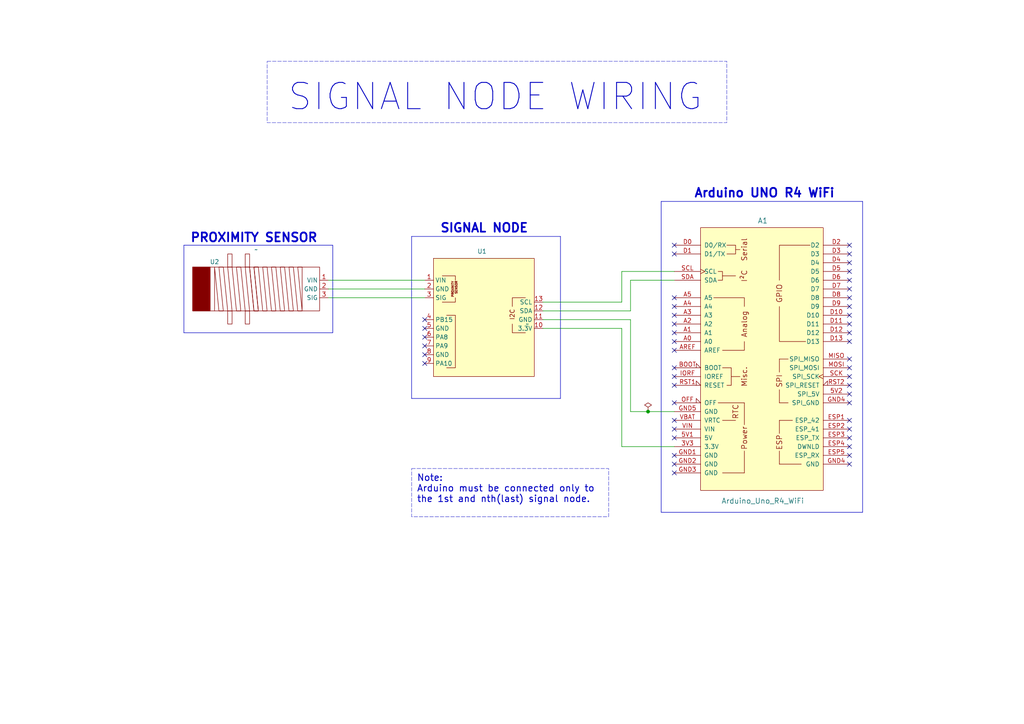
<source format=kicad_sch>
(kicad_sch (version 20231120) (generator "eeschema") (generator_version "8.0")
  (paper "A4")
  (title_block (title "Signal Node Wiring") (date "2024-09-08"))
  (lib_symbols
    (symbol "Node:Node" (in_bom no)
      (property "Reference" "U" (at 1.016 18.542 0))
      (symbol "Node_0_0"
        (pin power_out line (at -17.78 10.16 0) (length 2.54) (name "VIN") (number "1"))
        (pin passive line (at 16.51 -3.81 180) (length 2.54) (name "3.3V") (number "10"))
        (pin passive line (at 16.51 -1.27 180) (length 2.54) (name "GND") (number "11"))
        (pin passive line (at 16.51 1.27 180) (length 2.54) (name "SDA") (number "12"))
        (pin passive line (at 16.51 3.81 180) (length 2.54) (name "SCL") (number "13"))
        (pin power_out line (at -17.78 7.62 0) (length 2.54) (name "GND") (number "2"))
        (pin input line (at -17.78 5.08 0) (length 2.54) (name "SIG") (number "3"))
        (pin passive line (at -17.78 -1.27 0) (length 2.54) (name "PB15") (number "4"))
        (pin passive line (at -17.78 -3.81 0) (length 2.54) (name "GND") (number "5"))
        (pin passive line (at -17.78 -6.35 0) (length 2.54) (name "PA8") (number "6"))
        (pin passive line (at -17.78 -8.89 0) (length 2.54) (name "PA9") (number "7"))
        (pin passive line (at -17.78 -11.43 0) (length 2.54) (name "GND") (number "8"))
        (pin passive line (at -17.78 -13.97 0) (length 2.54) (name "PA10") (number "9"))
      )
      (symbol "Node_1_1"
        (rectangle (start -15.24 16.51) (end 13.97 -17.78) (fill (type background)))
        (polyline (pts (xy -12.7 3.81) (xy -8.89 3.81) (xy -8.89 5.08)))
        (polyline (pts (xy -12.7 11.43) (xy -8.89 11.43) (xy -8.89 10.16)))
        (polyline (pts (xy 7.62 2.54) (xy 7.62 5.08) (xy 11.43 5.08)))
        (polyline (pts (xy 11.43 -5.08) (xy 7.62 -5.08) (xy 7.62 -2.54)))
        (polyline (pts (xy -11.43 0) (xy -8.89 0) (xy -8.89 -15.24) (xy -11.43 -15.24)))
        (text "I2C\n" (at 7.62 0.254 900) (effects (font (size 1.27 1.27))))
        (text "PROXMITY \n SENSOR\n" (at -9.144 7.874 900) (effects (font (size 0.635 0.635))))
      )
    )
    (symbol "PCM_arduino-library:Arduino_Uno_R4_WiFi_Shield" (pin_names (offset 1.016))
      (property "Reference" "A" (at 0 43.18 0))
      (property "Value" "Arduino_Uno_R4_WiFi_Shield" (at 0 40.64 0))
      (symbol "Arduino_Uno_R4_WiFi_Shield_0_0"
        (rectangle (start -17.78 38.1) (end 17.78 -38.1) (fill (type background)))
        (rectangle (start -12.7 -12.7) (end -5.08 -12.7))
        (rectangle (start -11.43 -33.02) (end -5.08 -33.02))
        (rectangle (start -10.16 -7.62) (end -8.89 -7.62))
        (rectangle (start -8.89 -7.62) (end -8.89 -2.54))
        (rectangle (start -8.89 -5.08) (end -6.35 -5.08))
        (rectangle (start -8.89 -2.54) (end -11.43 -2.54))
        (polyline (pts (xy -11.43 24.13) (xy -7.62 24.13)))
        (polyline (pts (xy -7.62 31.75) (xy -6.35 31.75)))
        (polyline (pts (xy -5.08 -26.67) (xy -5.08 -33.02)))
        (polyline (pts (xy -5.08 -12.7) (xy -5.08 -19.05)))
        (polyline (pts (xy -5.08 5.08) (xy -5.08 2.54) (xy -11.43 2.54)))
        (polyline (pts (xy -5.08 15.24) (xy -5.08 17.78) (xy -13.97 17.78)))
        (polyline (pts (xy 5.08 15.24) (xy 5.08 5.08) (xy 12.7 5.08)))
        (polyline (pts (xy 5.08 22.86) (xy 5.08 33.02) (xy 13.97 33.02)))
        (polyline (pts (xy -12.7 25.4) (xy -11.43 25.4) (xy -11.43 22.86) (xy -12.7 22.86)))
        (polyline (pts (xy -10.16 33.02) (xy -7.62 33.02) (xy -7.62 30.48) (xy -10.16 30.48)))
        (rectangle (start 5.08 -30.48) (end 5.08 -26.67))
        (rectangle (start 5.08 -30.48) (end 11.43 -30.48))
        (rectangle (start 5.08 -21.59) (end 5.08 -17.78))
        (rectangle (start 5.08 -17.78) (end 8.89 -17.78))
        (rectangle (start 5.08 -12.7) (end 5.08 -8.89))
        (rectangle (start 5.08 -12.7) (end 7.62 -12.7))
        (rectangle (start 5.08 -3.81) (end 5.08 0))
        (rectangle (start 7.62 0) (end 5.08 0))
        (text "Analog" (at -5.08 10.16 900) (effects (font (size 1.524 1.524))))
        (text "ESP" (at 5.08 -24.13 900) (effects (font (size 1.524 1.524))))
        (text "I²C" (at -5.08 24.13 900) (effects (font (size 1.524 1.524))))
        (text "Misc." (at -5.08 -5.08 900) (effects (font (size 1.524 1.524))))
        (text "Power" (at -5.08 -22.86 900) (effects (font (size 1.524 1.524))))
        (text "RTC" (at -7.62 -15.24 900) (effects (font (size 1.524 1.524))))
        (text "Serial" (at -5.08 31.75 900) (effects (font (size 1.524 1.524))))
        (text "SPI" (at 5.08 -6.35 900) (effects (font (size 1.524 1.524))))
      )
      (symbol "Arduino_Uno_R4_WiFi_Shield_0_1"
        (polyline (pts (xy -11.43 -17.78) (xy -7.62 -17.78)))
      )
      (symbol "Arduino_Uno_R4_WiFi_Shield_1_0"
        (text "GPIO" (at 5.08 19.05 900) (effects (font (size 1.524 1.524))))
      )
      (symbol "Arduino_Uno_R4_WiFi_Shield_1_1"
        (pin power_out line (at -25.4 -25.4 0) (length 7.62) (name "3.3V") (number "3V3"))
        (pin power_in line (at -25.4 -22.86 0) (length 7.62) (name "5V") (number "5V1"))
        (pin power_in line (at 25.4 -10.16 180) (length 7.62) (name "SPI_5V") (number "5V2"))
        (pin bidirectional line (at -25.4 5.08 0) (length 7.62) (name "A0") (number "A0"))
        (pin bidirectional line (at -25.4 7.62 0) (length 7.62) (name "A1") (number "A1"))
        (pin bidirectional line (at -25.4 10.16 0) (length 7.62) (name "A2") (number "A2"))
        (pin bidirectional line (at -25.4 12.7 0) (length 7.62) (name "A3") (number "A3"))
        (pin bidirectional line (at -25.4 15.24 0) (length 7.62) (name "A4") (number "A4"))
        (pin bidirectional line (at -25.4 17.78 0) (length 7.62) (name "A5") (number "A5"))
        (pin input line (at -25.4 2.54 0) (length 7.62) (name "AREF") (number "AREF"))
        (pin input input_low (at -25.4 -2.54 0) (length 7.62) (name "BOOT") (number "BOOT"))
        (pin bidirectional line (at -25.4 33.02 0) (length 7.62) (name "D0/RX") (number "D0"))
        (pin bidirectional line (at -25.4 30.48 0) (length 7.62) (name "D1/TX") (number "D1"))
        (pin bidirectional line (at 25.4 12.7 180) (length 7.62) (name "D10") (number "D10"))
        (pin bidirectional line (at 25.4 10.16 180) (length 7.62) (name "D11") (number "D11"))
        (pin bidirectional line (at 25.4 7.62 180) (length 7.62) (name "D12") (number "D12"))
        (pin bidirectional line (at 25.4 5.08 180) (length 7.62) (name "D13") (number "D13"))
        (pin bidirectional line (at 25.4 33.02 180) (length 7.62) (name "D2") (number "D2"))
        (pin bidirectional line (at 25.4 30.48 180) (length 7.62) (name "D3") (number "D3"))
        (pin bidirectional line (at 25.4 27.94 180) (length 7.62) (name "D4") (number "D4"))
        (pin bidirectional line (at 25.4 25.4 180) (length 7.62) (name "D5") (number "D5"))
        (pin bidirectional line (at 25.4 22.86 180) (length 7.62) (name "D6") (number "D6"))
        (pin bidirectional line (at 25.4 20.32 180) (length 7.62) (name "D7") (number "D7"))
        (pin bidirectional line (at 25.4 17.78 180) (length 7.62) (name "D8") (number "D8"))
        (pin bidirectional line (at 25.4 15.24 180) (length 7.62) (name "D9") (number "D9"))
        (pin bidirectional line (at 25.4 -17.78 180) (length 7.62) (name "ESP_42") (number "ESP1"))
        (pin bidirectional line (at 25.4 -20.32 180) (length 7.62) (name "ESP_41") (number "ESP2"))
        (pin bidirectional line (at 25.4 -22.86 180) (length 7.62) (name "ESP_TX") (number "ESP3"))
        (pin bidirectional line (at 25.4 -25.4 180) (length 7.62) (name "DWNLD") (number "ESP4"))
        (pin bidirectional line (at 25.4 -27.94 180) (length 7.62) (name "ESP_RX") (number "ESP5"))
        (pin power_in line (at -25.4 -27.94 0) (length 7.62) (name "GND") (number "GND1"))
        (pin power_in line (at -25.4 -30.48 0) (length 7.62) (name "GND") (number "GND2"))
        (pin power_in line (at -25.4 -33.02 0) (length 7.62) (name "GND") (number "GND3"))
        (pin power_in line (at 25.4 -30.48 180) (length 7.62) (name "GND") (number "GND4"))
        (pin power_in line (at 25.4 -12.7 180) (length 7.62) (name "SPI_GND") (number "GND4"))
        (pin power_in line (at -25.4 -15.24 0) (length 7.62) (name "GND") (number "GND5"))
        (pin output line (at -25.4 -5.08 0) (length 7.62) (name "IOREF") (number "IORF"))
        (pin input line (at 25.4 0 180) (length 7.62) (name "SPI_MISO") (number "MISO"))
        (pin output line (at 25.4 -2.54 180) (length 7.62) (name "SPI_MOSI") (number "MOSI"))
        (pin input input_low (at -25.4 -12.7 0) (length 7.62) (name "OFF") (number "OFF"))
        (pin open_collector input_low (at -25.4 -7.62 0) (length 7.62) (name "RESET") (number "RST1"))
        (pin open_collector input_low (at 25.4 -7.62 180) (length 7.62) (name "SPI_RESET") (number "RST2"))
        (pin output clock (at 25.4 -5.08 180) (length 7.62) (name "SPI_SCK") (number "SCK"))
        (pin bidirectional clock (at -25.4 25.4 0) (length 7.62) (name "SCL") (number "SCL"))
        (pin bidirectional line (at -25.4 22.86 0) (length 7.62) (name "SDA") (number "SDA"))
        (pin power_in line (at -25.4 -17.78 0) (length 7.62) (name "VRTC") (number "VBAT"))
        (pin power_in line (at -25.4 -20.32 0) (length 7.62) (name "VIN") (number "VIN"))
      )
    )
    (symbol "Proxmity_Sensor:Proximity_Sensor"
      (property "Reference" "U" (at 21.59 2.54 0))
      (symbol "Proximity_Sensor_0_0"
        (pin power_in line (at 21.59 2.54 180) (length 2.54) (name "VIN") (number "1"))
        (pin power_in line (at 21.59 0 180) (length 2.54) (name "GND") (number "2"))
        (pin output line (at 21.59 -2.54 180) (length 2.54) (name "SIG") (number "3"))
      )
      (symbol "Proximity_Sensor_0_1"
        (rectangle (start -17.78 6.35) (end 19.05 -6.35))
      )
      (symbol "Proximity_Sensor_1_1"
        (rectangle (start -17.78 6.35) (end -12.7 -6.35) (fill (type outline)))
        (polyline (pts (xy -7.62 -6.35) (xy -7.62 -10.16) (xy -6.35 -10.16) (xy -6.35 -6.35)))
        (polyline (pts (xy -7.62 6.35) (xy -7.62 10.16) (xy -6.35 10.16) (xy -6.35 6.35)))
        (polyline (pts (xy -2.54 -6.35) (xy -2.54 -10.16) (xy -1.27 -10.16) (xy -1.27 -6.35)))
        (polyline (pts (xy -2.54 6.35) (xy -2.54 10.16) (xy -1.27 10.16) (xy -1.27 6.35)))
        (polyline (pts (xy 1.27 6.35) (xy 0 6.35) (xy 1.27 -6.35) (xy 0 -6.35) (xy -1.27 6.35) (xy -2.54 6.35) (xy -1.27 -6.35) (xy -2.54 -6.35) (xy -3.81 6.35) (xy -5.08 6.35) (xy -3.81 -6.35) (xy -5.08 -6.35) (xy -6.35 6.35) (xy -7.62 6.35) (xy -6.35 -6.35) (xy -7.62 -6.35) (xy -8.89 6.35) (xy -10.16 6.35) (xy -8.89 -6.35) (xy -10.16 -6.35) (xy -11.43 6.35) (xy -11.43 -6.35)))
        (polyline (pts (xy -1.27 6.35) (xy 0 -6.35) (xy 1.27 -6.35) (xy 0 6.35) (xy 1.27 6.35) (xy 2.54 -6.35) (xy 3.81 -6.35) (xy 2.54 6.35) (xy 3.81 6.35) (xy 5.08 -6.35) (xy 6.35 -6.35) (xy 5.08 6.35) (xy 6.35 6.35) (xy 7.62 -6.35) (xy 8.89 -6.35) (xy 7.62 6.35) (xy 8.89 6.35) (xy 10.16 -6.35) (xy 11.43 -6.35) (xy 10.16 6.35) (xy 11.43 6.35) (xy 12.7 -6.35) (xy 13.97 -6.35) (xy 12.7 6.35) (xy 13.97 6.35) (xy 13.97 -6.35)))
      )
    )
    (symbol "power:PWR_FLAG" (power) (pin_numbers hide) (pin_names (offset 0) hide)
      (property "Value" "PWR_FLAG" (at 0 3.81 0))
      (symbol "PWR_FLAG_0_0"
        (pin power_out line (at 0 0 90) (length 0) (name "~") (number "1"))
      )
      (symbol "PWR_FLAG_0_1"
        (polyline (pts (xy 0 0) (xy 0 1.27) (xy -1.016 1.905) (xy 0 2.54) (xy 1.016 1.905) (xy 0 1.27)))
      )
    )
  )
  (junction (at 187.96 119.38))
  (no_connect (at 123.19 95.25))
  (no_connect (at 195.58 134.62))
  (no_connect (at 195.58 127))
  (no_connect (at 246.38 88.9))
  (no_connect (at 195.58 73.66))
  (no_connect (at 195.58 124.46))
  (no_connect (at 246.38 121.92))
  (no_connect (at 246.38 76.2))
  (no_connect (at 123.19 92.71))
  (no_connect (at 246.38 99.06))
  (no_connect (at 123.19 105.41))
  (no_connect (at 195.58 132.08))
  (no_connect (at 246.38 86.36))
  (no_connect (at 246.38 78.74))
  (no_connect (at 195.58 88.9))
  (no_connect (at 246.38 134.62))
  (no_connect (at 246.38 106.68))
  (no_connect (at 246.38 96.52))
  (no_connect (at 246.38 104.14))
  (no_connect (at 123.19 100.33))
  (no_connect (at 246.38 71.12))
  (no_connect (at 246.38 109.22))
  (no_connect (at 246.38 91.44))
  (no_connect (at 195.58 96.52))
  (no_connect (at 123.19 97.79))
  (no_connect (at 195.58 71.12))
  (no_connect (at 246.38 83.82))
  (no_connect (at 195.58 116.84))
  (no_connect (at 123.19 102.87))
  (no_connect (at 195.58 106.68))
  (no_connect (at 195.58 101.6))
  (no_connect (at 195.58 93.98))
  (no_connect (at 246.38 127))
  (no_connect (at 195.58 137.16))
  (no_connect (at 195.58 91.44))
  (no_connect (at 246.38 93.98))
  (no_connect (at 195.58 109.22))
  (no_connect (at 246.38 124.46))
  (no_connect (at 195.58 99.06))
  (no_connect (at 246.38 116.84))
  (no_connect (at 246.38 73.66))
  (no_connect (at 246.38 129.54))
  (no_connect (at 195.58 121.92))
  (no_connect (at 195.58 86.36))
  (no_connect (at 246.38 111.76))
  (no_connect (at 195.58 111.76))
  (no_connect (at 246.38 81.28))
  (no_connect (at 246.38 114.3))
  (no_connect (at 246.38 132.08))
  (wire (pts (xy 180.34 78.74) (xy 180.34 87.63)))
  (polyline (pts (xy 191.77 58.42) (xy 250.19 58.42)))
  (polyline (pts (xy 119.38 68.58) (xy 162.56 68.58)))
  (polyline (pts (xy 119.38 68.58) (xy 119.38 115.57)))
  (wire (pts (xy 157.48 92.71) (xy 182.88 92.71)))
  (polyline (pts (xy 162.56 68.58) (xy 162.56 115.57)))
  (polyline (pts (xy 191.77 58.42) (xy 191.77 148.59)))
  (polyline (pts (xy 162.56 115.57) (xy 119.38 115.57)))
  (wire (pts (xy 95.25 83.82) (xy 123.19 83.82)))
  (wire (pts (xy 182.88 90.17) (xy 182.88 81.28)))
  (polyline (pts (xy 53.34 71.12) (xy 96.52 71.12)))
  (wire (pts (xy 187.96 119.38) (xy 195.58 119.38)))
  (wire (pts (xy 182.88 92.71) (xy 182.88 119.38)))
  (polyline (pts (xy 53.34 71.12) (xy 53.34 96.52)))
  (polyline (pts (xy 250.19 148.59) (xy 250.19 58.42)))
  (wire (pts (xy 195.58 78.74) (xy 180.34 78.74)))
  (wire (pts (xy 182.88 119.38) (xy 187.96 119.38)))
  (wire (pts (xy 95.25 81.28) (xy 123.19 81.28)))
  (wire (pts (xy 180.34 87.63) (xy 157.48 87.63)))
  (wire (pts (xy 180.34 95.25) (xy 157.48 95.25)))
  (wire (pts (xy 195.58 129.54) (xy 180.34 129.54)))
  (wire (pts (xy 180.34 129.54) (xy 180.34 95.25)))
  (polyline (pts (xy 96.52 71.12) (xy 96.52 96.52)))
  (wire (pts (xy 95.25 86.36) (xy 123.19 86.36)))
  (polyline (pts (xy 191.77 148.59) (xy 250.19 148.59)))
  (wire (pts (xy 182.88 81.28) (xy 195.58 81.28)))
  (polyline (pts (xy 96.52 96.52) (xy 53.34 96.52)))
  (wire (pts (xy 157.48 90.17) (xy 182.88 90.17)))
  (text_box "SIGNAL NODE WIRING" (at 77.47 17.78 0) (size 133.35 17.78) (stroke (width 0.1016) (type dash)) (fill (type color)) (effects (font (size 7.62 7.62) (thickness 0.254) (bold yes)) (justify left top)))
  (text_box "Note:\nArduino must be connected only to the 1st and nth(last) signal node. \n" (at 119.38 135.89 0) (size 57.15 13.97) (stroke (width 0.1016) (type dash)) (fill (type color)) (effects (font (size 1.905 1.905) (thickness 0.254) (bold yes)) (justify left top)))
  (text "SIGNAL NODE" (at 140.462 66.294 0) (effects (font (size 2.54 2.54) (thickness 0.508) (bold yes))))
  (text "PROXIMITY SENSOR" (at 73.66 69.088 0) (effects (font (size 2.54 2.54) (thickness 0.508) (bold yes))))
  (text "Arduino UNO R4 WiFi" (at 221.742 56.134 0) (effects (font (size 2.54 2.54) (thickness 0.508) (bold yes))))
  (symbol (lib_id "PCM_arduino-library:Arduino_Uno_R4_WiFi_Shield") (at 220.98 104.14 0) (unit 1)
    (property "Reference" "A1" (at 221.234 64.008 0) (effects (font (size 1.524 1.524))))
    (property "Value" "Arduino_Uno_R4_WiFi" (at 221.234 145.288 0) (effects (font (size 1.524 1.524))))
    (property "Footprint" "PCM_arduino-library:Arduino_Uno_R4_WiFi_Shield" (effects (hide yes)))
    (property "Datasheet" "https://docs.arduino.cc/hardware/uno-r4-wifi" (effects (hide yes)))
    (property "Description" "Shield for Arduino Uno R4 WiFi" (effects (hide yes)))
  )
  (symbol (lib_id "Proxmity_Sensor:Proximity_Sensor") (at 73.66 83.82 0) (unit 1)
    (property "Reference" "U2" (at 62.23 75.946 0))
    (property "Value" "~" (at 74.295 72.39 0))
  )
  (symbol (lib_id "Node:Node") (at 140.97 91.44 0) (unit 1) (in_bom no)
    (property "Reference" "U1" (at 138.43 72.898 0) (effects (justify left)))
    (property "Value" "~" (at 152.4 93.98 0) (effects (justify left)))
  )
  (symbol (lib_id "power:PWR_FLAG") (at 187.96 119.38 0) (unit 1)
    (property "Reference" "#FLG01" (effects (hide yes)))
    (property "Value" "PWR_FLAG" (effects (hide yes)))
    (property "Description" "Special symbol for telling ERC where power comes from" (effects (hide yes)))
  )
)
</source>
